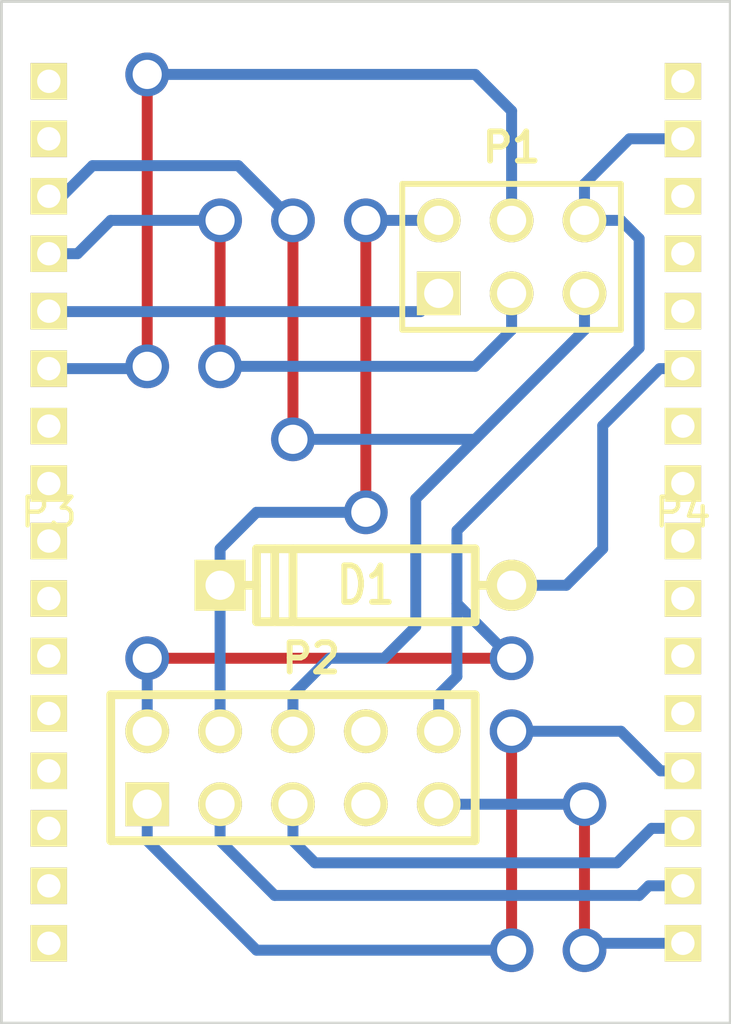
<source format=kicad_pcb>
(kicad_pcb (version 3) (host pcbnew "(2013-dec-23)-stable")

  (general
    (links 15)
    (no_connects 0)
    (area 118.623556 109.169999 160.776444 144.830001)
    (thickness 1.6)
    (drawings 4)
    (tracks 90)
    (zones 0)
    (modules 5)
    (nets 12)
  )

  (page A4)
  (layers
    (15 F.Cu signal)
    (0 B.Cu signal)
    (16 B.Adhes user)
    (17 F.Adhes user)
    (18 B.Paste user)
    (19 F.Paste user)
    (20 B.SilkS user)
    (21 F.SilkS user)
    (22 B.Mask user)
    (23 F.Mask user)
    (24 Dwgs.User user)
    (25 Cmts.User user)
    (26 Eco1.User user)
    (27 Eco2.User user)
    (28 Edge.Cuts user)
  )

  (setup
    (last_trace_width 0.381)
    (trace_clearance 0.508)
    (zone_clearance 0.508)
    (zone_45_only no)
    (trace_min 0.254)
    (segment_width 0.2)
    (edge_width 0.1)
    (via_size 1.524)
    (via_drill 1.016)
    (via_min_size 0.889)
    (via_min_drill 0.508)
    (uvia_size 0.508)
    (uvia_drill 0.127)
    (uvias_allowed no)
    (uvia_min_size 0.508)
    (uvia_min_drill 0.127)
    (pcb_text_width 0.3)
    (pcb_text_size 1.5 1.5)
    (mod_edge_width 0.15)
    (mod_text_size 1 1)
    (mod_text_width 0.15)
    (pad_size 1.27 1.27)
    (pad_drill 0.8128)
    (pad_to_mask_clearance 0)
    (aux_axis_origin 127 109.22)
    (visible_elements FFFEFFFF)
    (pcbplotparams
      (layerselection 268468225)
      (usegerberextensions false)
      (excludeedgelayer true)
      (linewidth 0.150000)
      (plotframeref false)
      (viasonmask false)
      (mode 1)
      (useauxorigin false)
      (hpglpennumber 1)
      (hpglpenspeed 20)
      (hpglpendiameter 15)
      (hpglpenoverlay 2)
      (psnegative false)
      (psa4output false)
      (plotreference true)
      (plotvalue true)
      (plotothertext true)
      (plotinvisibletext false)
      (padsonsilk false)
      (subtractmaskfromsilk false)
      (outputformat 5)
      (mirror false)
      (drillshape 0)
      (scaleselection 1)
      (outputdirectory ""))
  )

  (net 0 "")
  (net 1 N-000002)
  (net 2 N-0000022)
  (net 3 N-0000023)
  (net 4 N-0000024)
  (net 5 N-0000025)
  (net 6 N-0000027)
  (net 7 N-0000028)
  (net 8 N-0000029)
  (net 9 N-000003)
  (net 10 N-000004)
  (net 11 N-000005)

  (net_class Default "This is the default net class."
    (clearance 0.508)
    (trace_width 0.381)
    (via_dia 1.524)
    (via_drill 1.016)
    (uvia_dia 0.508)
    (uvia_drill 0.127)
    (add_net "")
    (add_net N-000002)
    (add_net N-0000022)
    (add_net N-0000023)
    (add_net N-0000024)
    (add_net N-0000025)
    (add_net N-0000027)
    (add_net N-0000028)
    (add_net N-0000029)
    (add_net N-000003)
    (add_net N-000004)
    (add_net N-000005)
  )

  (module PIN_ARRAY_5x2 (layer F.Cu) (tedit 3FCF2109) (tstamp 53EE1CB9)
    (at 137.16 135.89)
    (descr "Double rangee de contacts 2 x 5 pins")
    (tags CONN)
    (path /53EDECD8)
    (fp_text reference P2 (at 0.635 -3.81) (layer F.SilkS)
      (effects (font (size 1.016 1.016) (thickness 0.2032)))
    )
    (fp_text value AVR-JTAG (at 0 -3.81) (layer F.SilkS) hide
      (effects (font (size 1.016 1.016) (thickness 0.2032)))
    )
    (fp_line (start -6.35 -2.54) (end 6.35 -2.54) (layer F.SilkS) (width 0.3048))
    (fp_line (start 6.35 -2.54) (end 6.35 2.54) (layer F.SilkS) (width 0.3048))
    (fp_line (start 6.35 2.54) (end -6.35 2.54) (layer F.SilkS) (width 0.3048))
    (fp_line (start -6.35 2.54) (end -6.35 -2.54) (layer F.SilkS) (width 0.3048))
    (pad 1 thru_hole rect (at -5.08 1.27) (size 1.524 1.524) (drill 1.016)
      (layers *.Cu *.Mask F.SilkS)
      (net 1 N-000002)
    )
    (pad 2 thru_hole circle (at -5.08 -1.27) (size 1.524 1.524) (drill 1.016)
      (layers *.Cu *.Mask F.SilkS)
      (net 8 N-0000029)
    )
    (pad 3 thru_hole circle (at -2.54 1.27) (size 1.524 1.524) (drill 1.016)
      (layers *.Cu *.Mask F.SilkS)
      (net 9 N-000003)
    )
    (pad 4 thru_hole circle (at -2.54 -1.27) (size 1.524 1.524) (drill 1.016)
      (layers *.Cu *.Mask F.SilkS)
      (net 4 N-0000024)
    )
    (pad 5 thru_hole circle (at 0 1.27) (size 1.524 1.524) (drill 1.016)
      (layers *.Cu *.Mask F.SilkS)
      (net 10 N-000004)
    )
    (pad 6 thru_hole circle (at 0 -1.27) (size 1.524 1.524) (drill 1.016)
      (layers *.Cu *.Mask F.SilkS)
      (net 7 N-0000028)
    )
    (pad 7 thru_hole circle (at 2.54 1.27) (size 1.524 1.524) (drill 1.016)
      (layers *.Cu *.Mask F.SilkS)
    )
    (pad 8 thru_hole circle (at 2.54 -1.27) (size 1.524 1.524) (drill 1.016)
      (layers *.Cu *.Mask F.SilkS)
    )
    (pad 9 thru_hole circle (at 5.08 1.27) (size 1.524 1.524) (drill 1.016)
      (layers *.Cu *.Mask F.SilkS)
      (net 11 N-000005)
    )
    (pad 10 thru_hole circle (at 5.08 -1.27) (size 1.524 1.524) (drill 1.016)
      (layers *.Cu *.Mask F.SilkS)
      (net 8 N-0000029)
    )
    (model pin_array/pins_array_5x2.wrl
      (at (xyz 0 0 0))
      (scale (xyz 1 1 1))
      (rotate (xyz 0 0 0))
    )
  )

  (module pin_array_3x2 (layer F.Cu) (tedit 42931587) (tstamp 53EE1DF0)
    (at 144.78 118.11)
    (descr "Double rangee de contacts 2 x 4 pins")
    (tags CONN)
    (path /53EDECF1)
    (fp_text reference P1 (at 0 -3.81) (layer F.SilkS)
      (effects (font (size 1.016 1.016) (thickness 0.2032)))
    )
    (fp_text value ICSP (at 0 3.81) (layer F.SilkS) hide
      (effects (font (size 1.016 1.016) (thickness 0.2032)))
    )
    (fp_line (start 3.81 2.54) (end -3.81 2.54) (layer F.SilkS) (width 0.2032))
    (fp_line (start -3.81 -2.54) (end 3.81 -2.54) (layer F.SilkS) (width 0.2032))
    (fp_line (start 3.81 -2.54) (end 3.81 2.54) (layer F.SilkS) (width 0.2032))
    (fp_line (start -3.81 2.54) (end -3.81 -2.54) (layer F.SilkS) (width 0.2032))
    (pad 1 thru_hole rect (at -2.54 1.27) (size 1.524 1.524) (drill 1.016)
      (layers *.Cu *.Mask F.SilkS)
      (net 2 N-0000022)
    )
    (pad 2 thru_hole circle (at -2.54 -1.27) (size 1.524 1.524) (drill 1.016)
      (layers *.Cu *.Mask F.SilkS)
      (net 4 N-0000024)
    )
    (pad 3 thru_hole circle (at 0 1.27) (size 1.524 1.524) (drill 1.016)
      (layers *.Cu *.Mask F.SilkS)
      (net 6 N-0000027)
    )
    (pad 4 thru_hole circle (at 0 -1.27) (size 1.524 1.524) (drill 1.016)
      (layers *.Cu *.Mask F.SilkS)
      (net 3 N-0000023)
    )
    (pad 5 thru_hole circle (at 2.54 1.27) (size 1.524 1.524) (drill 1.016)
      (layers *.Cu *.Mask F.SilkS)
      (net 7 N-0000028)
    )
    (pad 6 thru_hole circle (at 2.54 -1.27) (size 1.524 1.524) (drill 1.016)
      (layers *.Cu *.Mask F.SilkS)
      (net 8 N-0000029)
    )
    (model pin_array/pins_array_3x2.wrl
      (at (xyz 0 0 0))
      (scale (xyz 1 1 1))
      (rotate (xyz 0 0 0))
    )
  )

  (module D4 (layer F.Cu) (tedit 200000) (tstamp 53EE0B68)
    (at 139.7 129.54 180)
    (descr "Diode 4 pas")
    (tags "DIODE DEV")
    (path /53EDE705)
    (fp_text reference D1 (at 0 0 180) (layer F.SilkS)
      (effects (font (size 1.27 1.016) (thickness 0.2032)))
    )
    (fp_text value DIODE (at 0 0 180) (layer F.SilkS) hide
      (effects (font (size 1.27 1.016) (thickness 0.2032)))
    )
    (fp_line (start -3.81 -1.27) (end 3.81 -1.27) (layer F.SilkS) (width 0.3048))
    (fp_line (start 3.81 -1.27) (end 3.81 1.27) (layer F.SilkS) (width 0.3048))
    (fp_line (start 3.81 1.27) (end -3.81 1.27) (layer F.SilkS) (width 0.3048))
    (fp_line (start -3.81 1.27) (end -3.81 -1.27) (layer F.SilkS) (width 0.3048))
    (fp_line (start 3.175 -1.27) (end 3.175 1.27) (layer F.SilkS) (width 0.3048))
    (fp_line (start 2.54 1.27) (end 2.54 -1.27) (layer F.SilkS) (width 0.3048))
    (fp_line (start -3.81 0) (end -5.08 0) (layer F.SilkS) (width 0.3048))
    (fp_line (start 3.81 0) (end 5.08 0) (layer F.SilkS) (width 0.3048))
    (pad 1 thru_hole circle (at -5.08 0 180) (size 1.778 1.778) (drill 1.016)
      (layers *.Cu *.Mask F.SilkS)
      (net 5 N-0000025)
    )
    (pad 2 thru_hole rect (at 5.08 0 180) (size 1.778 1.778) (drill 1.016)
      (layers *.Cu *.Mask F.SilkS)
      (net 4 N-0000024)
    )
    (model discret/diode.wrl
      (at (xyz 0 0 0))
      (scale (xyz 0.4 0.4 0.4))
      (rotate (xyz 0 0 0))
    )
  )

  (module SIL-2.0mm-16 (layer F.Cu) (tedit 5417EC61) (tstamp 53EE15C3)
    (at 128.651 127)
    (path /53EDE656)
    (fp_text reference P3 (at 0 0) (layer F.SilkS)
      (effects (font (size 1 1) (thickness 0.15)))
    )
    (fp_text value PINOCCIO_HEADER_1 (at 0 0) (layer F.SilkS) hide
      (effects (font (size 1 1) (thickness 0.15)))
    )
    (pad 4 thru_hole rect (at 0 -9) (size 1.27 1.27) (drill 0.8128)
      (layers *.Cu *.Mask F.SilkS)
      (net 6 N-0000027)
    )
    (pad 7 thru_hole rect (at 0 -3) (size 1.27 1.27) (drill 0.8128)
      (layers *.Cu *.Mask F.SilkS)
    )
    (pad 8 thru_hole rect (at 0 -1) (size 1.27 1.27) (drill 0.8128)
      (layers *.Cu *.Mask F.SilkS)
    )
    (pad 9 thru_hole rect (at 0 1) (size 1.27 1.27) (drill 0.8128)
      (layers *.Cu *.Mask F.SilkS)
    )
    (pad 10 thru_hole rect (at 0 3) (size 1.27 1.27) (drill 0.8128)
      (layers *.Cu *.Mask F.SilkS)
    )
    (pad 3 thru_hole rect (at 0 -11) (size 1.27 1.27) (drill 0.8128)
      (layers *.Cu *.Mask F.SilkS)
      (net 7 N-0000028)
    )
    (pad 2 thru_hole rect (at 0 -13) (size 1.27 1.27) (drill 0.8128)
      (layers *.Cu *.Mask F.SilkS)
    )
    (pad 1 thru_hole rect (at 0 -15) (size 1.27 1.27) (drill 0.8128)
      (layers *.Cu *.Mask F.SilkS)
    )
    (pad 5 thru_hole rect (at 0 -7) (size 1.27 1.27) (drill 0.8128)
      (layers *.Cu *.Mask F.SilkS)
      (net 2 N-0000022)
    )
    (pad 6 thru_hole rect (at 0 -5) (size 1.27 1.27) (drill 0.8128)
      (layers *.Cu *.Mask F.SilkS)
      (net 3 N-0000023)
    )
    (pad 11 thru_hole rect (at 0 5) (size 1.27 1.27) (drill 0.8128)
      (layers *.Cu *.Mask F.SilkS)
    )
    (pad 12 thru_hole rect (at 0 7) (size 1.27 1.27) (drill 0.8128)
      (layers *.Cu *.Mask F.SilkS)
    )
    (pad 13 thru_hole rect (at 0 9) (size 1.27 1.27) (drill 0.8128)
      (layers *.Cu *.Mask F.SilkS)
    )
    (pad 14 thru_hole rect (at 0 11) (size 1.27 1.27) (drill 0.8128)
      (layers *.Cu *.Mask F.SilkS)
    )
    (pad 15 thru_hole rect (at 0 13) (size 1.27 1.27) (drill 0.8128)
      (layers *.Cu *.Mask F.SilkS)
    )
    (pad 16 thru_hole rect (at 0 15) (size 1.27 1.27) (drill 0.8128)
      (layers *.Cu *.Mask F.SilkS)
    )
  )

  (module SIL-2.0mm-16 (layer F.Cu) (tedit 5417EC5C) (tstamp 53EE162F)
    (at 150.749 127)
    (path /53EDE665)
    (fp_text reference P4 (at 0 0) (layer F.SilkS)
      (effects (font (size 1 1) (thickness 0.15)))
    )
    (fp_text value PINOCCIO_HEADER_2 (at 0 0) (layer F.SilkS) hide
      (effects (font (size 1 1) (thickness 0.15)))
    )
    (pad 4 thru_hole rect (at 0 -9) (size 1.27 1.27) (drill 0.8128)
      (layers *.Cu *.Mask F.SilkS)
    )
    (pad 7 thru_hole rect (at 0 -3) (size 1.27 1.27) (drill 0.8128)
      (layers *.Cu *.Mask F.SilkS)
    )
    (pad 8 thru_hole rect (at 0 -1) (size 1.27 1.27) (drill 0.8128)
      (layers *.Cu *.Mask F.SilkS)
    )
    (pad 9 thru_hole rect (at 0 1) (size 1.27 1.27) (drill 0.8128)
      (layers *.Cu *.Mask F.SilkS)
    )
    (pad 10 thru_hole rect (at 0 3) (size 1.27 1.27) (drill 0.8128)
      (layers *.Cu *.Mask F.SilkS)
    )
    (pad 3 thru_hole rect (at 0 -11) (size 1.27 1.27) (drill 0.8128)
      (layers *.Cu *.Mask F.SilkS)
    )
    (pad 2 thru_hole rect (at 0 -13) (size 1.27 1.27) (drill 0.8128)
      (layers *.Cu *.Mask F.SilkS)
      (net 8 N-0000029)
    )
    (pad 1 thru_hole rect (at 0 -15) (size 1.27 1.27) (drill 0.8128)
      (layers *.Cu *.Mask F.SilkS)
    )
    (pad 5 thru_hole rect (at 0 -7) (size 1.27 1.27) (drill 0.8128)
      (layers *.Cu *.Mask F.SilkS)
    )
    (pad 6 thru_hole rect (at 0 -5) (size 1.27 1.27) (drill 0.8128)
      (layers *.Cu *.Mask F.SilkS)
      (net 5 N-0000025)
    )
    (pad 11 thru_hole rect (at 0 5) (size 1.27 1.27) (drill 0.8128)
      (layers *.Cu *.Mask F.SilkS)
    )
    (pad 12 thru_hole rect (at 0 7) (size 1.27 1.27) (drill 0.8128)
      (layers *.Cu *.Mask F.SilkS)
    )
    (pad 13 thru_hole rect (at 0 9) (size 1.27 1.27) (drill 0.8128)
      (layers *.Cu *.Mask F.SilkS)
      (net 1 N-000002)
    )
    (pad 14 thru_hole rect (at 0 11) (size 1.27 1.27) (drill 0.8128)
      (layers *.Cu *.Mask F.SilkS)
      (net 10 N-000004)
    )
    (pad 15 thru_hole rect (at 0 13) (size 1.27 1.27) (drill 0.8128)
      (layers *.Cu *.Mask F.SilkS)
      (net 9 N-000003)
    )
    (pad 16 thru_hole rect (at 0 15) (size 1.27 1.27) (drill 0.8128)
      (layers *.Cu *.Mask F.SilkS)
      (net 11 N-000005)
    )
  )

  (gr_line (start 127 144.78) (end 127 109.22) (angle 90) (layer Edge.Cuts) (width 0.1))
  (gr_line (start 152.4 144.78) (end 127 144.78) (angle 90) (layer Edge.Cuts) (width 0.1))
  (gr_line (start 152.4 109.22) (end 152.4 144.78) (angle 90) (layer Edge.Cuts) (width 0.1))
  (gr_line (start 127 109.22) (end 152.4 109.22) (angle 90) (layer Edge.Cuts) (width 0.1))

  (segment (start 132.08 137.16) (end 132.08 138.43) (width 0.381) (layer B.Cu) (net 1) (status 10))
  (segment (start 149.97 136) (end 150.749 136) (width 0.381) (layer B.Cu) (net 1) (tstamp 53EE21A1) (status 20))
  (segment (start 148.59 134.62) (end 149.97 136) (width 0.381) (layer B.Cu) (net 1) (tstamp 53EE219E))
  (segment (start 144.78 134.62) (end 148.59 134.62) (width 0.381) (layer B.Cu) (net 1) (tstamp 53EE219C))
  (via (at 144.78 134.62) (size 1.524) (layers F.Cu B.Cu) (net 1))
  (segment (start 144.78 142.24) (end 144.78 134.62) (width 0.381) (layer F.Cu) (net 1) (tstamp 53EE2195))
  (via (at 144.78 142.24) (size 1.524) (layers F.Cu B.Cu) (net 1))
  (segment (start 135.89 142.24) (end 144.78 142.24) (width 0.381) (layer B.Cu) (net 1) (tstamp 53EE218C))
  (segment (start 132.08 138.43) (end 135.89 142.24) (width 0.381) (layer B.Cu) (net 1) (tstamp 53EE2189))
  (segment (start 142.24 119.38) (end 141.605 120.015) (width 0.381) (layer B.Cu) (net 2) (status 30))
  (segment (start 141.605 120.015) (end 128.666 120.015) (width 0.381) (layer B.Cu) (net 2) (tstamp 53EE22FE) (status 30))
  (segment (start 128.666 120.015) (end 128.651 120) (width 0.381) (layer B.Cu) (net 2) (tstamp 53EE2304) (status 30))
  (segment (start 144.78 116.84) (end 144.78 113.03) (width 0.381) (layer B.Cu) (net 3) (status 10))
  (segment (start 143.51 111.76) (end 132.08 111.76) (width 0.381) (layer B.Cu) (net 3) (tstamp 53EE252B))
  (segment (start 144.78 113.03) (end 143.51 111.76) (width 0.381) (layer B.Cu) (net 3) (tstamp 53EE2524))
  (segment (start 132 122) (end 128.651 122) (width 0.381) (layer B.Cu) (net 3) (tstamp 53EE2391) (status 20))
  (segment (start 132.08 121.92) (end 132 122) (width 0.381) (layer B.Cu) (net 3) (tstamp 53EE2390))
  (via (at 132.08 121.92) (size 1.524) (layers F.Cu B.Cu) (net 3))
  (segment (start 132.08 111.76) (end 132.08 121.92) (width 0.381) (layer F.Cu) (net 3) (tstamp 53EE238A))
  (via (at 132.08 111.76) (size 1.524) (layers F.Cu B.Cu) (net 3))
  (segment (start 134.62 134.62) (end 134.62 129.54) (width 0.381) (layer B.Cu) (net 4) (status 30))
  (segment (start 142.24 116.84) (end 139.7 116.84) (width 0.381) (layer B.Cu) (net 4) (status 10))
  (segment (start 134.62 128.27) (end 134.62 129.54) (width 0.381) (layer B.Cu) (net 4) (tstamp 53EE24AB) (status 20))
  (segment (start 135.89 127) (end 134.62 128.27) (width 0.381) (layer B.Cu) (net 4) (tstamp 53EE24A5))
  (segment (start 139.7 127) (end 135.89 127) (width 0.381) (layer B.Cu) (net 4) (tstamp 53EE24A4))
  (via (at 139.7 127) (size 1.524) (layers F.Cu B.Cu) (net 4))
  (segment (start 139.7 116.84) (end 139.7 127) (width 0.381) (layer F.Cu) (net 4) (tstamp 53EE247F))
  (via (at 139.7 116.84) (size 1.524) (layers F.Cu B.Cu) (net 4))
  (segment (start 150.749 122) (end 149.94 122) (width 0.381) (layer B.Cu) (net 5) (status 10))
  (segment (start 146.685 129.54) (end 144.78 129.54) (width 0.381) (layer B.Cu) (net 5) (tstamp 53EE2632) (status 20))
  (segment (start 147.955 128.27) (end 146.685 129.54) (width 0.381) (layer B.Cu) (net 5) (tstamp 53EE2630))
  (segment (start 147.955 123.985) (end 147.955 128.27) (width 0.381) (layer B.Cu) (net 5) (tstamp 53EE2629))
  (segment (start 149.94 122) (end 147.955 123.985) (width 0.381) (layer B.Cu) (net 5) (tstamp 53EE2625))
  (segment (start 134.62 116.84) (end 130.81 116.84) (width 0.381) (layer B.Cu) (net 6) (tstamp 53EE24F2))
  (segment (start 130.81 116.84) (end 129.65 118) (width 0.381) (layer B.Cu) (net 6) (tstamp 53EE24F3))
  (segment (start 144.78 119.38) (end 144.78 120.65) (width 0.381) (layer B.Cu) (net 6) (status 10))
  (segment (start 129.65 118) (end 128.651 118) (width 0.381) (layer B.Cu) (net 6) (tstamp 53EE24F9) (status 20))
  (via (at 134.62 116.84) (size 1.524) (layers F.Cu B.Cu) (net 6))
  (segment (start 134.62 121.92) (end 134.62 116.84) (width 0.381) (layer F.Cu) (net 6) (tstamp 53EE24D7))
  (via (at 134.62 121.92) (size 1.524) (layers F.Cu B.Cu) (net 6))
  (segment (start 143.51 121.92) (end 134.62 121.92) (width 0.381) (layer B.Cu) (net 6) (tstamp 53EE24B7))
  (segment (start 144.78 120.65) (end 143.51 121.92) (width 0.381) (layer B.Cu) (net 6) (tstamp 53EE24B5))
  (segment (start 137.16 134.62) (end 137.16 133.35) (width 0.381) (layer B.Cu) (net 7) (status 10))
  (segment (start 141.439998 126.530002) (end 143.51 124.46) (width 0.381) (layer B.Cu) (net 7) (tstamp 53EE282D))
  (segment (start 141.439998 130.975002) (end 141.439998 126.530002) (width 0.381) (layer B.Cu) (net 7) (tstamp 53EE2819))
  (segment (start 140.335 132.08) (end 141.439998 130.975002) (width 0.381) (layer B.Cu) (net 7) (tstamp 53EE2817))
  (segment (start 138.43 132.08) (end 140.335 132.08) (width 0.381) (layer B.Cu) (net 7) (tstamp 53EE280D))
  (segment (start 137.16 133.35) (end 138.43 132.08) (width 0.381) (layer B.Cu) (net 7) (tstamp 53EE2809))
  (segment (start 137.16 116.84) (end 135.255 114.935) (width 0.381) (layer B.Cu) (net 7))
  (segment (start 147.32 120.65) (end 143.51 124.46) (width 0.381) (layer B.Cu) (net 7) (tstamp 53EE258E))
  (segment (start 143.51 124.46) (end 137.16 124.46) (width 0.381) (layer B.Cu) (net 7) (tstamp 53EE2591))
  (via (at 137.16 124.46) (size 1.524) (layers F.Cu B.Cu) (net 7))
  (segment (start 137.16 124.46) (end 137.16 116.84) (width 0.381) (layer F.Cu) (net 7) (tstamp 53EE2599))
  (via (at 137.16 116.84) (size 1.524) (layers F.Cu B.Cu) (net 7))
  (segment (start 147.32 119.38) (end 147.32 120.65) (width 0.381) (layer B.Cu) (net 7) (status 10))
  (segment (start 129.11 116) (end 128.651 116) (width 0.381) (layer B.Cu) (net 7) (tstamp 53EE25B4) (status 30))
  (segment (start 130.175 114.935) (end 129.11 116) (width 0.381) (layer B.Cu) (net 7) (tstamp 53EE25B1) (status 20))
  (segment (start 135.255 114.935) (end 130.175 114.935) (width 0.381) (layer B.Cu) (net 7) (tstamp 53EE25AA))
  (segment (start 142.875 130.175) (end 144.78 132.08) (width 0.381) (layer B.Cu) (net 8))
  (via (at 132.08 132.08) (size 1.524) (layers F.Cu B.Cu) (net 8))
  (segment (start 132.08 132.08) (end 144.78 132.08) (width 0.381) (layer F.Cu) (net 8) (tstamp 53EE28D4))
  (via (at 144.78 132.08) (size 1.524) (layers F.Cu B.Cu) (net 8))
  (segment (start 132.08 132.08) (end 132.08 134.62) (width 0.381) (layer B.Cu) (net 8) (status 10))
  (segment (start 142.24 134.62) (end 142.24 133.35) (width 0.381) (layer B.Cu) (net 8))
  (segment (start 142.875 132.715) (end 142.875 130.175) (width 0.381) (layer B.Cu) (net 8) (tstamp 53EE2ADE))
  (segment (start 142.875 130.175) (end 142.875 127.635) (width 0.381) (layer B.Cu) (net 8) (tstamp 53EE2AEF))
  (segment (start 142.24 133.35) (end 142.875 132.715) (width 0.381) (layer B.Cu) (net 8) (tstamp 53EE2ADB))
  (segment (start 147.32 116.84) (end 148.59 116.84) (width 0.381) (layer B.Cu) (net 8) (status 10))
  (segment (start 149.225 121.285) (end 142.875 127.635) (width 0.381) (layer B.Cu) (net 8) (tstamp 53EE2794))
  (segment (start 149.225 117.475) (end 149.225 121.285) (width 0.381) (layer B.Cu) (net 8) (tstamp 53EE2793))
  (segment (start 148.59 116.84) (end 149.225 117.475) (width 0.381) (layer B.Cu) (net 8) (tstamp 53EE2791))
  (segment (start 147.32 116.84) (end 147.32 115.57) (width 0.381) (layer B.Cu) (net 8) (status 10))
  (segment (start 148.89 114) (end 150.749 114) (width 0.381) (layer B.Cu) (net 8) (tstamp 53EE278B) (status 20))
  (segment (start 147.32 115.57) (end 148.89 114) (width 0.381) (layer B.Cu) (net 8) (tstamp 53EE2789))
  (segment (start 134.62 137.16) (end 134.62 138.43) (width 0.381) (layer B.Cu) (net 9))
  (segment (start 149.56 140) (end 150.749 140) (width 0.381) (layer B.Cu) (net 9) (tstamp 53EE2B47))
  (segment (start 149.225 140.335) (end 149.56 140) (width 0.381) (layer B.Cu) (net 9) (tstamp 53EE2B40))
  (segment (start 136.525 140.335) (end 149.225 140.335) (width 0.381) (layer B.Cu) (net 9) (tstamp 53EE2B39))
  (segment (start 134.62 138.43) (end 136.525 140.335) (width 0.381) (layer B.Cu) (net 9) (tstamp 53EE2B33))
  (segment (start 150.749 138) (end 149.655 138) (width 0.381) (layer B.Cu) (net 10) (status 10))
  (segment (start 137.16 138.43) (end 137.16 137.16) (width 0.381) (layer B.Cu) (net 10) (tstamp 53EE2014) (status 20))
  (segment (start 137.929998 139.199998) (end 137.16 138.43) (width 0.381) (layer B.Cu) (net 10) (tstamp 53EE2010))
  (segment (start 148.455002 139.199998) (end 137.929998 139.199998) (width 0.381) (layer B.Cu) (net 10) (tstamp 53EE200D))
  (segment (start 149.655 138) (end 148.455002 139.199998) (width 0.381) (layer B.Cu) (net 10) (tstamp 53EE2007))
  (segment (start 142.24 137.16) (end 147.32 137.16) (width 0.381) (layer B.Cu) (net 11) (status 10))
  (segment (start 147.56 142) (end 150.749 142) (width 0.381) (layer B.Cu) (net 11) (status 20))
  (segment (start 147.32 142.24) (end 147.32 137.16) (width 0.381) (layer F.Cu) (net 11) (tstamp 53EE1F93))
  (via (at 147.32 142.24) (size 1.524) (layers F.Cu B.Cu) (net 11))
  (segment (start 147.56 142) (end 147.32 142.24) (width 0.381) (layer B.Cu) (net 11) (tstamp 53EE1F72))
  (via (at 147.32 137.16) (size 1.524) (layers F.Cu B.Cu) (net 11))

)

</source>
